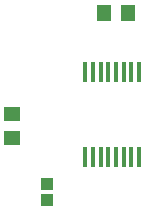
<source format=gtp>
G04 Layer: TopPasteMaskLayer*
G04 EasyEDA v5.9.42, Wed, 03 Apr 2019 18:24:54 GMT*
G04 579cbe9e52b34580ac28a50418072f00*
G04 Gerber Generator version 0.2*
G04 Scale: 100 percent, Rotated: No, Reflected: No *
G04 Dimensions in millimeters *
G04 leading zeros omitted , absolute positions ,3 integer and 3 decimal *
%FSLAX33Y33*%
%MOMM*%
G90*
G71D02*

%ADD12R,0.406400X1.803400*%
%ADD13R,1.160018X1.450010*%
%ADD14R,1.450010X1.160018*%
%ADD15R,1.099998X0.999998*%

%LPD*%
G54D12*
G01X10266Y11043D03*
G01X10927Y11043D03*
G01X11562Y11043D03*
G01X12222Y11043D03*
G01X12882Y11043D03*
G01X13517Y11043D03*
G01X14178Y11043D03*
G01X14813Y11043D03*
G01X14813Y18232D03*
G01X14178Y18232D03*
G01X13517Y18232D03*
G01X12882Y18232D03*
G01X12222Y18232D03*
G01X11562Y18232D03*
G01X10927Y18232D03*
G01X10266Y18232D03*
G54D13*
G01X11811Y23241D03*
G01X13843Y23241D03*
G54D14*
G01X4064Y14732D03*
G01X4064Y12700D03*
G54D15*
G01X6985Y8828D03*
G01X6985Y7427D03*
M00*
M02*

</source>
